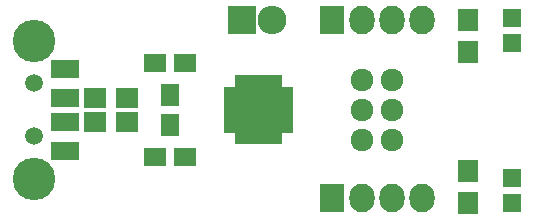
<source format=gts>
G04 #@! TF.FileFunction,Soldermask,Top*
%FSLAX46Y46*%
G04 Gerber Fmt 4.6, Leading zero omitted, Abs format (unit mm)*
G04 Created by KiCad (PCBNEW (2016-05-05 BZR 6775)-product) date Monday, 13 February 2017 'pmt' 19:42:56*
%MOMM*%
%LPD*%
G01*
G04 APERTURE LIST*
%ADD10C,0.100000*%
%ADD11R,2.400000X1.600000*%
%ADD12C,3.600000*%
%ADD13C,1.500000*%
%ADD14R,1.150000X0.700000*%
%ADD15R,0.700000X1.150000*%
%ADD16R,2.000000X2.000000*%
%ADD17R,1.900000X1.650000*%
%ADD18R,1.650000X1.900000*%
%ADD19R,1.598880X1.598880*%
%ADD20R,2.127200X2.432000*%
%ADD21O,2.127200X2.432000*%
%ADD22R,1.700000X1.900000*%
%ADD23R,1.900000X1.700000*%
%ADD24R,2.432000X2.432000*%
%ADD25O,2.432000X2.432000*%
%ADD26C,1.924000*%
G04 APERTURE END LIST*
D10*
D11*
X75350000Y-83000000D03*
X75350000Y-80500000D03*
X75350000Y-78500000D03*
X75350000Y-76000000D03*
D12*
X72750000Y-85350000D03*
X72750000Y-73650000D03*
D13*
X72750000Y-81750000D03*
X72750000Y-77250000D03*
D14*
X94075000Y-81125000D03*
X94075000Y-80475000D03*
X94075000Y-79825000D03*
X94075000Y-79175000D03*
X94075000Y-78525000D03*
X94075000Y-77875000D03*
D15*
X93375000Y-77175000D03*
X92725000Y-77175000D03*
X92075000Y-77175000D03*
X91425000Y-77175000D03*
X90775000Y-77175000D03*
X90125000Y-77175000D03*
D14*
X89425000Y-77875000D03*
X89425000Y-78525000D03*
X89425000Y-79175000D03*
X89425000Y-79825000D03*
X89425000Y-80475000D03*
X89425000Y-81125000D03*
D15*
X90125000Y-81825000D03*
X90775000Y-81825000D03*
X91425000Y-81825000D03*
X92075000Y-81825000D03*
X92725000Y-81825000D03*
X93375000Y-81825000D03*
D16*
X90950000Y-78700000D03*
X90950000Y-80300000D03*
X92550000Y-78700000D03*
X92550000Y-80300000D03*
D17*
X83000000Y-75500000D03*
X85500000Y-75500000D03*
X85500000Y-83500000D03*
X83000000Y-83500000D03*
D18*
X84250000Y-80750000D03*
X84250000Y-78250000D03*
D19*
X113250000Y-85250000D03*
X113250000Y-87348040D03*
X113250000Y-71700980D03*
X113250000Y-73799020D03*
D20*
X97940000Y-71880000D03*
D21*
X100480000Y-71880000D03*
X103020000Y-71880000D03*
X105560000Y-71880000D03*
D20*
X97940000Y-87000000D03*
D21*
X100480000Y-87000000D03*
X103020000Y-87000000D03*
X105560000Y-87000000D03*
D22*
X109500000Y-84650000D03*
X109500000Y-87350000D03*
X109500000Y-74600000D03*
X109500000Y-71900000D03*
D23*
X77900000Y-80500000D03*
X80600000Y-80500000D03*
X77900000Y-78500000D03*
X80600000Y-78500000D03*
D24*
X90320000Y-71880000D03*
D25*
X92860000Y-71880000D03*
D26*
X100480000Y-76960000D03*
X103020000Y-76960000D03*
X100480000Y-79500000D03*
X103020000Y-79500000D03*
X100480000Y-82040000D03*
X103020000Y-82040000D03*
M02*

</source>
